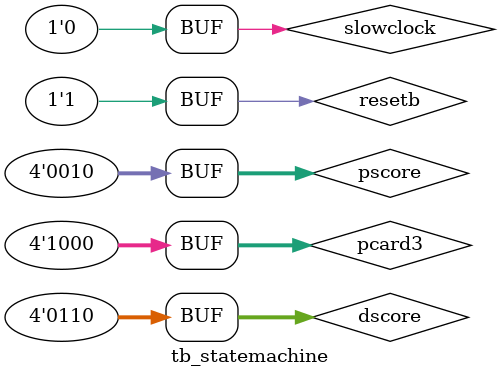
<source format=sv>
module tb_statemachine();

// Your testbench goes here. Make sure your tests exercise the entire design
// in the .sv file.  Note that in our tests the simulator will exit after
// 10,000 ticks (equivalent to "initial #10000 $finish();").
	
	reg slowclock;
	reg resetb;
	reg [3:0] dscore;
	reg[3:0] pscore;
	reg[3:0] pcard3;
	wire load_pcard1;
	wire load_pcard2;
	wire load_pcard3;
	wire load_dcard1;
	wire load_dcard2;
	wire load_dcard3;
	wire player_win_light;
	wire dealer_win_light;		
	
	//initiate statemachine
	statemachine fsm(slowclock, resetb,
                    dscore, pscore, pcard3,
                    load_pcard1, load_pcard2, load_pcard3,
                    load_dcard1, load_dcard2, load_dcard3,
                    player_win_light, dealer_win_light);
	
//	always begin
		
//	end

	initial begin

// my code start here
	
//test 1: player 8 dealer 0 - player win
	//press restart button to reset, then wait for a while (reset state)
	resetb = 0;
	slowclock = 0;
	dscore = 4'b0000;
    	pscore = 4'b0000;
    	pcard3 = 4'b0000;
	#40
	resetb = 1;
	
	//nothing changes (idle state)

	//stop pressing reset, start playing, get player card 1 = 4 (PC1 state)
	slowclock= 1; // present state = game start
	dscore = 4'b0000;
    	pscore = 4'b0100;
    	pcard3 = 4'b0000;
	#10 
	slowclock = 0;
	#10
	
	//get dealer card 1 = 0;
	slowclock= 1; // present state = playerdraw1
	dscore = 4'b0000;
    	pscore = 4'b0100;
    	pcard3 = 4'b0000;
	#10 
	slowclock = 0;
	#10
	
	//get player card 2 = 4
	slowclock= 1; // present state = dealer draw1
	dscore = 4'b0000;
    	pscore = 4'b1000;
    	pcard3 = 4'b0000;
	#10 
	slowclock = 0;
	#10
	
	//get dealer card 2 = 0
	slowclock= 1; // present state = player draw 2
	dscore = 4'b0000;
    	pscore = 4'b1000;
    	pcard3 = 4'b0000;
	#10 
	slowclock = 0;
	#10

	//get result, should be player wins
	slowclock=1; // present state = dealer draw 2
	#10 
	slowclock = 0;
	#10

	slowclock = 1; // present state  = show dealer 2
	#10
	
	slowclock = 0;
	#10

	slowclock = 1; // present state = check natural state.
	#10
	slowclock = 0;
	

	//check result and display to terminal 
	if (player_win_light == 1) begin
    		$display("Test 1 player pass");
  	end else begin
   	 $display("Test 1 player fail");
   	 
   	 end
   	 
   	 if (dealer_win_light == 0) begin
    		$display("Test 1 dealer pass");
  	end else begin
   	 $display("Test 1 dealer fail");
   
   	 end

	
	#10
	slowclock = 1;
	#10
	slowclock = 0;
	#10
//test 2: player 0 dealer 8 - dealer wins
	//press restart button to reset, then wait for a while (reset state)
	resetb = 0;
	slowclock = 1;
	dscore = 4'b0000;
    	pscore = 4'b0000;
    	pcard3 = 4'b0000;
	#40
	slowclock = 0;
	resetb = 1;
	#10

	//nothing changes (idle state)

	//stop pressing reset, start playing, get player card 1 = 4 (PC1 state)
	slowclock= 1; // game start
	dscore = 4'b0000;
    	pscore = 4'b0000;
    	pcard3 = 4'b0000;
	#10 
	slowclock = 0;
	#10
	
	//get dealer card 1 = 0;
	slowclock= 1; // player draw 1
	dscore = 4'b0100;
    	pscore = 4'b0000;
    	pcard3 = 4'b0000;
	#10 
	slowclock = 0;
	#10

	//get player card 2 = 4
	slowclock= 1; // dealer draw 1
	dscore = 4'b0100;
    	pscore = 4'b0000;
    	pcard3 = 4'b0000;
	#10 
	slowclock = 0;
	#10

	//get dealer card 2 = 0
	slowclock= 1; // player draw 2
	dscore = 4'b1000;
    	pscore = 4'b0000;
    	pcard3 = 4'b0000;
	#10 
	slowclock = 0;
	#10

	//get result, should be player wins
	slowclock=1; // dealer draw 2
	#10 
	slowclock = 0;
	#10

	slowclock=1;  // extra state.
	#10
	slowclock = 0;

	#10
	slowclock = 1; // check natural state.
	#10
	slowclock = 0;
	
	//check result and display to terminal 
	if (player_win_light == 0) begin
    		$display("Test 2 player pass");
  	end else begin
   	 $display("Test 2 player fail");
   	 end
   	 if (dealer_win_light == 1) begin
    		$display("Test 2 dealer pass");
  	end else begin
   	 $display("Test 2 dealer fail");
  	end	

	#10
	slowclock = 1;
	#10
	slowclock = 0;
	#10
 // 410ps
//test 3: player 5 dealer 7, then player draw additonal card and win
	//press restart button to reset, then wait for a while (reset state)
	resetb = 0;
	slowclock = 1;
	dscore = 4'b0000;
    	pscore = 4'b0000;
    	pcard3 = 4'b0000;
	#40
	slowclock = 0;
	resetb = 1;
	#10
	//nothing changes (idle state)

	//stop pressing reset, start playing, get player card 1 = 0 (PC1 state)
	slowclock= 1; // game start.
	dscore = 4'b0000;
    	pscore = 4'b0000;
    	pcard3 = 4'b0000;
	#10 
	slowclock = 0;
	#10
	
	//get dealer card 1 = 0;
	slowclock= 1; // player draw 1
	dscore = 4'b0000;
    	pscore = 4'b0000;
    	pcard3 = 4'b0000;
	#10 
	slowclock = 0;
	#10

	//get player card 2 = 5
	slowclock= 1; // dealer draw 1
	dscore = 4'b0111;
    	pscore = 4'b0101;
    	pcard3 = 4'b0000;
	#10 
	slowclock = 0;
	#10

	//get dealer card 2 = 7
	slowclock= 1; // player draw 2
	dscore = 4'b0111;
    	pscore = 4'b0101;
    	pcard3 = 4'b0000;
	#10 
	slowclock = 0;
	#10

	//extra wait step, determine that player should get third card 
	slowclock=1; // dealer draw 2
	#10 
	slowclock = 0;
	#10
	
	
	slowclock= 1; // wait state
	dscore = 4'b0111;
    	pscore = 4'b0001;
    	pcard3 = 4'b0000;
	#10 
	slowclock = 0;
	#10
	
	//extra wait step, determine that dealer should not third card 
	slowclock=1; // check natural state. 
	#10 
	slowclock = 0;
	#10
	
	if (player_win_light == 1) begin
    		$display("Test 3 failed on natural state.");
  	end else begin
   	 $display("Test 3 passed on natrual state.");
   	 end
   	 if (dealer_win_light == 1) begin
    		$display("Test 3 failed on natural state.");
  	end else begin
   	 $display("Test 3 passed on natural state.");
  	end	
	
	//extra wait step, determine that player wins
	slowclock=1; // player draw3
	#10 
	slowclock = 0;
	#10

	// show player draw 3 state.
	slowclock = 1;
	#10
	slowclock = 0;
	#10
	
	pscore = 4'b1000;
	dscore = 4'b0001;

	slowclock = 1; // check dealer draw 3
	#10
	slowclock = 0;
	#10
	
	slowclock  =  1; // show dealer draw 3
	#10
	slowclock = 0;
	#10

	
	slowclock = 1; // decide after draw3
	#10
	slowclock = 0;
	#10
	slowclock = 1;
	#10

	
	//check result and display to terminal 
	if (player_win_light == 1) begin
    		$display("Test 3 player pass");
  	end else begin
   	 $display("Test 3 player fail");
   	 end
   	 if (dealer_win_light == 0) begin
    		$display("Test 3 dealer pass");
  	end else begin
   	 $display("Test 3 dealer fail");
  	end	
 

//test 4: player 5 dealer 6, then player draw 6, dealer draws 4
	//press restart button to reset, then wait for a while (reset state)
	resetb = 0;
	slowclock = 1;
	dscore = 4'b0000;
    	pscore = 4'b0000;
    	pcard3 = 4'b0000;
	#40
	slowclock = 0;
	#10
	#10
	slowclock = 1;
	#10
	slowclock = 0;
	#10
	resetb = 1;

	
	//nothing changes (idle state)
	

	//stop pressing reset, start playing, get player card 1 = 0 (PC1 state)
	slowclock= 1;
	dscore = 4'b0000;
    	pscore = 4'b0000;
    	pcard3 = 4'b0000;
	#10 
	slowclock = 0;
	#10
	
	//get dealer card 1 = 0;
	slowclock= 1;
	dscore = 4'b0000;
    	pscore = 4'b0000;
    	pcard3 = 4'b0000;
	#10 
	slowclock = 0;
	#10

	//get player card 2 = 5
	slowclock= 1;
	dscore = 4'b0110;
    	pscore = 4'b0101;
    	pcard3 = 4'b0000;
	#10 
	slowclock = 0;
	#10

	//get dealer card 2 = 6
	slowclock= 1;
	dscore = 4'b0110;
    	pscore = 4'b0101;
    	pcard3 = 4'b0000;
	#10 
	slowclock = 0;
	#10

	//extra wait step, determine that player should get third card 
	slowclock=1;
	#10 
	slowclock = 0;
	#10
	
	//extra wait step, determine that player should get third card 
	slowclock=1;
	#10 
	slowclock = 0;
	#10
	
	
	
	//get player card 3 = 6
	slowclock= 1;
	dscore = 4'b0111;
    	pscore = 4'b1011;
    	pcard3 = 4'b0110;
	#10 
	slowclock = 0;
	#10
	
	//extra wait step, determine that dealer should get third card 
	slowclock=1;
	#10 
	slowclock = 0;
	#10
	
	//get dealer card 3 = 6
	slowclock= 1;
	dscore = 4'b1010;
    	pscore = 4'b1011;
    	pcard3 = 4'b0110;
	#10 
	slowclock = 0;
	#10

	
	//extra wait step, determine that player wins
	slowclock=1;
	#10 
	slowclock = 0;
	#10
	
	//extra wait step, determine that player wins
	slowclock=1;
	#10 
	slowclock = 0;
	#10


//extra wait step, determine that player wins
	slowclock=1;
	#10 
	slowclock = 0;
	#10


//extra wait step, determine that player wins
	slowclock=1;
	#10 
	slowclock = 0;
	#10


//extra wait step, determine that player wins
	slowclock=1;
	#10 
	slowclock = 0;
	#10


//extra wait step, determine that player wins
	slowclock=1;
	#10 
	slowclock = 0;
	#10




	
	//check result and display to terminal 
	if (player_win_light == 1) begin
    		$display("Test 4 player pass");
  	end else begin
   	 $display("Test 4 player fail");
   	 end
   	 if (dealer_win_light == 0) begin
    		$display("Test 4 dealer pass");
  	end else begin
   	 $display("Test 4 dealer fail");
  	end	


//test 5: player 5 dealer 5, then player draw 6, dealer draws 4
	//press restart button to reset, then wait for a while (reset state)
	resetb = 0;
	slowclock = 1;
	dscore = 4'b0000;
    	pscore = 4'b0000;
    	pcard3 = 4'b0000;
	#40
	slowclock = 0;
	#10
	#10
	slowclock = 1;
	#10
	slowclock = 0;
	#10
	resetb = 1;

	//nothing changes (idle state)

	//stop pressing reset, start playing, get player card 1 = 0 (PC1 state)
	slowclock= 1;
	dscore = 4'b0000;
    	pscore = 4'b0000;
    	pcard3 = 4'b0000;
	#10 
	slowclock = 0;
	#10
	
	//get dealer card 1 = 0;
	slowclock= 1;
	dscore = 4'b0000;
    	pscore = 4'b0000;
    	pcard3 = 4'b0000;
	#10 
	slowclock = 0;
	#10

	//get player card 2 = 5
	slowclock= 1;
	dscore = 4'b0110;
    	pscore = 4'b0110;
    	pcard3 = 4'b0000;
	#10 
	slowclock = 0;
	#10

	//get dealer card 2 = 5
	slowclock= 1;
	dscore = 4'b0110;
    	pscore = 4'b0110;
    	pcard3 = 4'b0000;
	#10 
	slowclock = 0;
	#10

	//extra wait step, determine that player should get third card 
	slowclock=1;
	#10 
	slowclock = 0;
	#10
	
	//get player card 3 = 6
	slowclock= 1;
	dscore = 4'b0111;
    	pscore = 4'b1011;
    	pcard3 = 4'b0110;
	#10 
	slowclock = 0;
	#10
	
	//extra wait step, determine that dealer should get third card 
	slowclock=1;
	#10 
	slowclock = 0;
	#10
	
	//get dealer card 3 = 4
	slowclock= 1;
	dscore = 4'b1001;
    	pscore = 4'b1011;
    	pcard3 = 4'b0110;
	#10 
	slowclock = 0;
	#10

	
	//extra wait step, determine that player wins
	slowclock=1;
	#10 
	slowclock = 0;
	#10
	
	//extra wait step, determine that player wins
	slowclock=1;
	#10 
	slowclock = 0;
	#10
	
	//extra wait step, determine that player wins
	slowclock=1;
	#10 
	slowclock = 0;
	#10


//extra wait step, determine that player wins
	slowclock=1;
	#10 
	slowclock = 0;
	#10


//extra wait step, determine that player wins
	slowclock=1;
	#10 
	slowclock = 0;
	#10


//extra wait step, determine that player wins
	slowclock=1;
	#10 
	slowclock = 0;
	#10


//extra wait step, determine that player wins
	slowclock=1;
	#10 
	slowclock = 0;
	#10




	
	//check result and display to terminal 
	if (player_win_light == 1) begin
    		$display("Test 5 player pass");
  	end else begin
   	 $display("Test 5 player fail");
   	 end
   	 if (dealer_win_light == 0) begin
    		$display("Test 5 dealer pass");
  	end else begin
   	 $display("Test 5 dealer fail");
  	end	

//test 6: player 5 dealer 4, then player draw 6, dealer draws 4
	//press restart button to reset, then wait for a while (reset state)
	resetb = 0;
	slowclock = 1;
	dscore = 4'b0000;
    	pscore = 4'b0000;
    	pcard3 = 4'b0000;
	#40
	slowclock = 0;
	#10
	#10
	slowclock = 1;
	#10
	slowclock = 0;
	#10
	resetb = 1;
	//nothing changes (idle state)

	//stop pressing reset, start playing, get player card 1 = 0 (PC1 state)
	slowclock= 1;
	dscore = 4'b0000;
    	pscore = 4'b0000;
    	pcard3 = 4'b0000;
	#10 
	slowclock = 0;
	#10
	
	//get dealer card 1 = 0;
	slowclock= 1;
	dscore = 4'b0000;
    	pscore = 4'b0000;
    	pcard3 = 4'b0000;
	#10 
	slowclock = 0;
	#10

	//get player card 2 = 5
	slowclock= 1;
	dscore = 4'b0110;
    	pscore = 4'b0110;
    	pcard3 = 4'b0000;
	#10 
	slowclock = 0;
	#10

	//get dealer card 2 = 4
	slowclock= 1;
	dscore = 4'b0110;
    	pscore = 4'b0100;
    	pcard3 = 4'b0000;
	#10 
	slowclock = 0;
	#10

	//extra wait step, determine that player should get third card 
	slowclock=1;
	#10 
	slowclock = 0;
	#10
	
	//get player card 3 = 6
	slowclock= 1;
	dscore = 4'b0100;
    	pscore = 4'b1011;
    	pcard3 = 4'b0110;
	#10 
	slowclock = 0;
	#10
	
	//extra wait step, determine that dealer should get third card 
	slowclock=1;
	#10 
	slowclock = 0;
	#10
	
	//get dealer card 3 = 4
	slowclock= 1;
	dscore = 4'b1000;
    	pscore = 4'b1011;
    	pcard3 = 4'b0110;
	#10 
	slowclock = 0;
	#10

	
	//extra wait step, determine that player wins
	slowclock=1;
	#10 
	slowclock = 0;
	#10

//extra wait step, determine that player wins
	slowclock=1;
	#10 
	slowclock = 0;
	#10
	
	//extra wait step, determine that player wins
	slowclock=1;
	#10 
	slowclock = 0;
	#10


//extra wait step, determine that player wins
	slowclock=1;
	#10 
	slowclock = 0;
	#10


//extra wait step, determine that player wins
	slowclock=1;
	#10 
	slowclock = 0;
	#10


//extra wait step, determine that player wins
	slowclock=1;
	#10 
	slowclock = 0;
	#10


//extra wait step, determine that player wins
	slowclock=1;
	#10 
	slowclock = 0;
	#10



	
	//check result and display to terminal 
	if (player_win_light == 1) begin
    		$display("Test 6 player pass");
  	end else begin
   	 $display("Test 6 player fail");
   	 end
   	 if (dealer_win_light == 0) begin
    		$display("Test 6 dealer pass");
  	end else begin
   	 $display("Test 6 dealer fail");
  	end	
  	
  	
//test 7: player 5 dealer 3, then player draw 6, dealer draws 5
	//press restart button to reset, then wait for a while (reset state)
	resetb = 0;
	slowclock = 1;
	dscore = 4'b0000;
    	pscore = 4'b0000;
    	pcard3 = 4'b0000;
	#40
	slowclock = 0;
	#10
	#10
	slowclock = 1;
	#10
	slowclock = 0;
	#10
	resetb = 1;
	//nothing changes (idle state)

	//stop pressing reset, start playing, get player card 1 = 0 (PC1 state)
	slowclock= 1;
	dscore = 4'b0000;
    	pscore = 4'b0000;
    	pcard3 = 4'b0000;
	#10 
	slowclock = 0;
	#10
	
	//get dealer card 1 = 0;
	slowclock= 1;
	dscore = 4'b0000;
    	pscore = 4'b0000;
    	pcard3 = 4'b0000;
	#10 
	slowclock = 0;
	#10

	//get player card 2 = 5
	slowclock= 1;
	dscore = 4'b0110;
    	pscore = 4'b0110;
    	pcard3 = 4'b0000;
	#10 
	slowclock = 0;
	#10

	//get dealer card 2 = 3
	slowclock= 1;
	dscore = 4'b0110;
    	pscore = 4'b0011;
    	pcard3 = 4'b0000;
	#10 
	slowclock = 0;
	#10

	//extra wait step, determine that player should get third card 
	slowclock=1;
	#10 
	slowclock = 0;
	#10
	
	//get player card 3 = 6
	slowclock= 1;
	dscore = 4'b0100;
    	pscore = 4'b1011;
    	pcard3 = 4'b0110;
	#10 
	slowclock = 0;
	#10
	
	//extra wait step, determine that dealer should get third card 
	slowclock=1;
	#10 
	slowclock = 0;
	#10
	
	//get dealer card 3 = 5
	slowclock= 1;
	dscore = 4'b1000;
    	pscore = 4'b1011;
    	pcard3 = 4'b0110;
	#10 
	slowclock = 0;
	#10

	
	//extra wait step, determine that player wins
	slowclock=1;
	#10 
	slowclock = 0;
	#10

//extra wait step, determine that player wins
	slowclock=1;
	#10 
	slowclock = 0;
	#10
	
	//extra wait step, determine that player wins
	slowclock=1;
	#10 
	slowclock = 0;
	#10


//extra wait step, determine that player wins
	slowclock=1;
	#10 
	slowclock = 0;
	#10


//extra wait step, determine that player wins
	slowclock=1;
	#10 
	slowclock = 0;
	#10


//extra wait step, determine that player wins
	slowclock=1;
	#10 
	slowclock = 0;
	#10


//extra wait step, determine that player wins
	slowclock=1;
	#10 
	slowclock = 0;
	#10


	
	//check result and display to terminal 
	if (player_win_light == 1) begin
    		$display("Test 7 player pass");
  	end else begin
   	 $display("Test 7 player fail");
   	 end
   	 if (dealer_win_light == 0) begin
    		$display("Test 7 dealer pass");
  	end else begin
   	 $display("Test 7 dealer fail");
  	end	
  	
//test 8: player 5 dealer 0, then player draw 6, dealer draws 8
	//press restart button to reset, then wait for a while (reset state)
	resetb = 0;
	slowclock = 1;
	dscore = 4'b0000;
    	pscore = 4'b0000;
    	pcard3 = 4'b0000;
	#40
	slowclock = 0;
	#10
	#10
	slowclock = 1;
	#10
	slowclock = 0;
	#10
	resetb = 1;

	//nothing changes (idle state)

	//stop pressing reset, start playing, get player card 1 = 0 (PC1 state)
	slowclock= 1;
	dscore = 4'b0000;
    	pscore = 4'b0000;
    	pcard3 = 4'b0000;
	#10 
	slowclock = 0;
	#10
	
	//get dealer card 1 = 0;
	slowclock= 1;
	dscore = 4'b0000;
    	pscore = 4'b0000;
    	pcard3 = 4'b0000;
	#10 
	slowclock = 0;
	#10

	//get player card 2 = 5
	slowclock= 1;
	dscore = 4'b0000;
    	pscore = 4'b0110;
    	pcard3 = 4'b0000;
	#10 
	slowclock = 0;
	#10

	//get dealer card 2 = 3
	slowclock= 1;
	dscore = 4'b0000;
    	pscore = 4'b0011;
    	pcard3 = 4'b0000;
	#10 
	slowclock = 0;
	#10

	//extra wait step, determine that player should get third card 
	slowclock=1;
	#10 
	slowclock = 0;
	#10
	
	//get player card 3 = 6
	slowclock= 1;
	dscore = 4'b0000;
    	pscore = 4'b1011;
    	pcard3 = 4'b0110;
	#10 
	slowclock = 0;
	#10
	
	//extra wait step, determine that dealer should get third card 
	slowclock=1;
	#10 
	slowclock = 0;
	#10
	
	//get dealer card 3 = 8
	slowclock= 1;
	dscore = 4'b1000;
    	pscore = 4'b1011;
    	pcard3 = 4'b0110;
	#10 
	slowclock = 0;
	#10

	
	//extra wait step, determine that player wins
	slowclock=1;
	#10 
	slowclock = 0;
	#10

//extra wait step, determine that player wins
	slowclock=1;
	#10 
	slowclock = 0;
	#10
	
	//extra wait step, determine that player wins
	slowclock=1;
	#10 
	slowclock = 0;
	#10


//extra wait step, determine that player wins
	slowclock=1;
	#10 
	slowclock = 0;
	#10


//extra wait step, determine that player wins
	slowclock=1;
	#10 
	slowclock = 0;
	#10


//extra wait step, determine that player wins
	slowclock=1;
	#10 
	slowclock = 0;
	#10


//extra wait step, determine that player wins
	slowclock=1;
	#10 
	slowclock = 0;
	#10



	
	//check result and display to terminal 
	if (player_win_light == 1) begin
    		$display("Test 8 player pass");
  	end else begin
   	 $display("Test 8 player fail");
   	 end
   	 if (dealer_win_light == 0) begin
    		$display("Test 8 dealer pass");
  	end else begin
   	 $display("Test 8 dealer fail");
  	end	
  	
 //test 9: player 6 dealer 6, both dont have third card, both lights lit up
	//press restart button to reset, then wait for a while (reset state)
	resetb = 0;
	slowclock = 1;
	dscore = 4'b0000;
    	pscore = 4'b0000;
    	pcard3 = 4'b0000;
	#40
	slowclock = 0;
	#10
	#10
	slowclock = 1;
	#10
	slowclock = 0;
	#10
	resetb = 1;

	//nothing changes (idle state)

	//stop pressing reset, start playing, get player card 1 = 0 (PC1 state)
	slowclock= 1;
	dscore = 4'b0000;
    	pscore = 4'b0000;
    	pcard3 = 4'b0000;
	#10 
	slowclock = 0;
	#10
	
	//get dealer card 1 = 0;
	slowclock= 1;
	dscore = 4'b0000;
    	pscore = 4'b0000;
    	pcard3 = 4'b0000;
	#10 
	slowclock = 0;
	#10

	//get player card 2 = 6
	slowclock= 1;
	dscore = 4'b0110;
    	pscore = 4'b0110;
    	pcard3 = 4'b0000;
	#10 
	slowclock = 0;
	#10

	//get dealer card 2 = 6
	slowclock= 1;
	dscore = 4'b0110;
    	pscore = 4'b0110;
    	pcard3 = 4'b0000;
	#10 
	slowclock = 0;
	#10

	//extra wait step, determine that player should get third card 
	slowclock=1;
	#10 
	slowclock = 0;
	#10
	
		
	//extra wait step, determine that dealer should get third card 
	slowclock=1;
	#10 
	slowclock = 0;
	#10

	
	//extra wait step, determine that player wins
	slowclock=1;
	#10 
	slowclock = 0;
	#10


//extra wait step, determine that player wins
	slowclock=1;
	#10 
	slowclock = 0;
	#10
	
	//extra wait step, determine that player wins
	slowclock=1;
	#10 
	slowclock = 0;
	#10


//extra wait step, determine that player wins
	slowclock=1;
	#10 
	slowclock = 0;
	#10


//extra wait step, determine that player wins
	slowclock=1;
	#10 
	slowclock = 0;
	#10


//extra wait step, determine that player wins
	slowclock=1;
	#10 
	slowclock = 0;
	#10


//extra wait step, determine that player wins
	slowclock=1;
	#10 
	slowclock = 0;
	#10

	
	//check result and display to terminal 
	if (player_win_light == 1) begin
    		$display("Test 9 player pass");
  	end else begin
   	 $display("Test 9 player fail");
   	 end
   	 if (dealer_win_light == 1) begin
    		$display("Test 9 dealer pass");
  	end else begin
   	 $display("Test 9 dealer fail");
  	end	

 //test 10: player 5 dealer 6, player gets another 8, the dealer do not get any more card
 	//press restart button to reset, then wait for a while (reset state)
	resetb = 0;
	slowclock = 1;
	dscore = 4'b0000;
    	pscore = 4'b0000;
    	pcard3 = 4'b0000;
	#40
	slowclock = 0;
	#10
	#10
	slowclock = 1;
	#10
	slowclock = 0;
	#10
	resetb = 1;

	//nothing changes (idle state)

	//stop pressing reset, start playing, get player card 1 = 0 (PC1 state)
	slowclock= 1;
	dscore = 4'b0000;
    	pscore = 4'b0000;
    	pcard3 = 4'b0000;
	#10 
	slowclock = 0;
	#10
	
	//get dealer card 1 = 0;
	slowclock= 1;
	dscore = 4'b0000;
    	pscore = 4'b0000;
    	pcard3 = 4'b0000;
	#10 
	slowclock = 0;
	#10

	//get player card 2 = 5
	slowclock= 1;
	dscore = 4'b0110;
    	pscore = 4'b0101;
    	pcard3 = 4'b0000;
	#10 
	slowclock = 0;
	#10

	//get dealer card 2 = 6
	slowclock= 1;
	dscore = 4'b0110;
    	pscore = 4'b0101;
    	pcard3 = 4'b0000;
	#10 
	slowclock = 0;
	#10

	//extra wait step, determine that player should get third card 
	slowclock=1;
	#10 
	slowclock = 0;
	#10
	
	//get player card 3 = 8.
	slowclock= 1;
	dscore = 4'b0110;
    	pscore = 4'b0010;
    	pcard3 = 4'b1000;
	#10 
	slowclock = 0;
	#10

	
		
	//extra wait step, determine that dealer should get third card 
	slowclock=1;
	#10 
	slowclock = 0;
	#10
	
	//extra wait step, determine that player wins
	slowclock=1;
	#10 
	slowclock = 0;
	#10
	
	//extra wait step, determine that player wins
	slowclock=1;
	#10 
	slowclock = 0;
	#10


//extra wait step, determine that player wins
	slowclock=1;
	#10 
	slowclock = 0;
	#10


//extra wait step, determine that player wins
	slowclock=1;
	#10 
	slowclock = 0;
	#10


//extra wait step, determine that player wins
	slowclock=1;
	#10 
	slowclock = 0;
	#10


//extra wait step, determine that player wins
	slowclock=1;
	#10 
	slowclock = 0;
	#10

	
	//check result and display to terminal 
	if (player_win_light == 0) begin
    		$display("Test 10 player pass");
  	end else begin
   	 $display("Test 10 player fail");
   	 end
   	 if (dealer_win_light == 1) begin
    		$display("Test 10 dealer pass");
  	end else begin
   	 $display("Test 10 dealer fail");
  	end	








	$display("DOne");
	end	
					
endmodule

</source>
